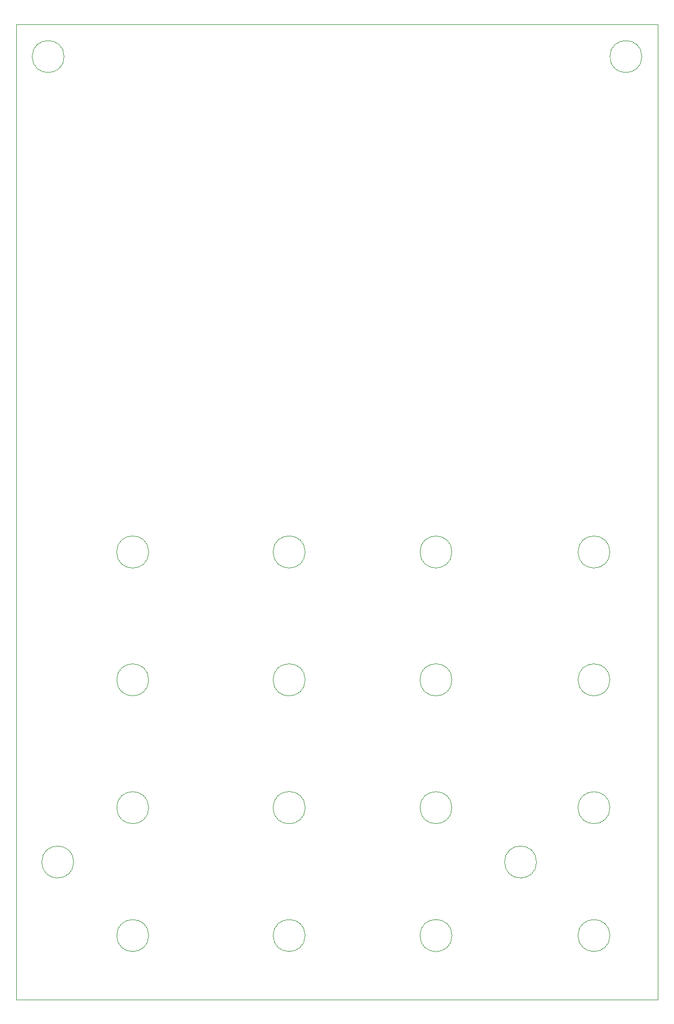
<source format=gbr>
%TF.GenerationSoftware,KiCad,Pcbnew,9.0.6*%
%TF.CreationDate,2025-12-01T15:24:06-05:00*%
%TF.ProjectId,65C816,36354338-3136-42e6-9b69-6361645f7063,rev?*%
%TF.SameCoordinates,Original*%
%TF.FileFunction,Profile,NP*%
%FSLAX46Y46*%
G04 Gerber Fmt 4.6, Leading zero omitted, Abs format (unit mm)*
G04 Created by KiCad (PCBNEW 9.0.6) date 2025-12-01 15:24:06*
%MOMM*%
%LPD*%
G01*
G04 APERTURE LIST*
%TA.AperFunction,Profile*%
%ADD10C,0.050000*%
%TD*%
G04 APERTURE END LIST*
D10*
X70762469Y-112000000D02*
G75*
G02*
X65737531Y-112000000I-2512469J0D01*
G01*
X65737531Y-112000000D02*
G75*
G02*
X70762469Y-112000000I2512469J0D01*
G01*
X70750000Y-132000000D02*
G75*
G02*
X65750000Y-132000000I-2500000J0D01*
G01*
X65750000Y-132000000D02*
G75*
G02*
X70750000Y-132000000I2500000J0D01*
G01*
X70750000Y-152000000D02*
G75*
G02*
X65750000Y-152000000I-2500000J0D01*
G01*
X65750000Y-152000000D02*
G75*
G02*
X70750000Y-152000000I2500000J0D01*
G01*
X95271342Y-151991083D02*
G75*
G02*
X90228658Y-151991083I-2521342J0D01*
G01*
X90228658Y-151991083D02*
G75*
G02*
X95271342Y-151991083I2521342J0D01*
G01*
X95262469Y-132000000D02*
G75*
G02*
X90237531Y-132000000I-2512469J0D01*
G01*
X90237531Y-132000000D02*
G75*
G02*
X95262469Y-132000000I2512469J0D01*
G01*
X118262469Y-172000000D02*
G75*
G02*
X113237531Y-172000000I-2512469J0D01*
G01*
X113237531Y-172000000D02*
G75*
G02*
X118262469Y-172000000I2512469J0D01*
G01*
X143000000Y-172000000D02*
G75*
G02*
X138000000Y-172000000I-2500000J0D01*
G01*
X138000000Y-172000000D02*
G75*
G02*
X143000000Y-172000000I2500000J0D01*
G01*
X95250000Y-172000000D02*
G75*
G02*
X90250000Y-172000000I-2500000J0D01*
G01*
X90250000Y-172000000D02*
G75*
G02*
X95250000Y-172000000I2500000J0D01*
G01*
X70750000Y-172000000D02*
G75*
G02*
X65750000Y-172000000I-2500000J0D01*
G01*
X65750000Y-172000000D02*
G75*
G02*
X70750000Y-172000000I2500000J0D01*
G01*
X95262469Y-112000000D02*
G75*
G02*
X90237531Y-112000000I-2512469J0D01*
G01*
X90237531Y-112000000D02*
G75*
G02*
X95262469Y-112000000I2512469J0D01*
G01*
X118250000Y-152000000D02*
G75*
G02*
X113250000Y-152000000I-2500000J0D01*
G01*
X113250000Y-152000000D02*
G75*
G02*
X118250000Y-152000000I2500000J0D01*
G01*
X118262469Y-132000000D02*
G75*
G02*
X113237531Y-132000000I-2512469J0D01*
G01*
X113237531Y-132000000D02*
G75*
G02*
X118262469Y-132000000I2512469J0D01*
G01*
X118250000Y-112000000D02*
G75*
G02*
X113250000Y-112000000I-2500000J0D01*
G01*
X113250000Y-112000000D02*
G75*
G02*
X118250000Y-112000000I2500000J0D01*
G01*
X143000000Y-112000000D02*
G75*
G02*
X138000000Y-112000000I-2500000J0D01*
G01*
X138000000Y-112000000D02*
G75*
G02*
X143000000Y-112000000I2500000J0D01*
G01*
X143000000Y-132000000D02*
G75*
G02*
X138000000Y-132000000I-2500000J0D01*
G01*
X138000000Y-132000000D02*
G75*
G02*
X143000000Y-132000000I2500000J0D01*
G01*
X143000000Y-152000000D02*
G75*
G02*
X138000000Y-152000000I-2500000J0D01*
G01*
X138000000Y-152000000D02*
G75*
G02*
X143000000Y-152000000I2500000J0D01*
G01*
X131500000Y-160500000D02*
G75*
G02*
X126500000Y-160500000I-2500000J0D01*
G01*
X126500000Y-160500000D02*
G75*
G02*
X131500000Y-160500000I2500000J0D01*
G01*
X59000000Y-160500000D02*
G75*
G02*
X54000000Y-160500000I-2500000J0D01*
G01*
X54000000Y-160500000D02*
G75*
G02*
X59000000Y-160500000I2500000J0D01*
G01*
X57500000Y-34500000D02*
G75*
G02*
X52500000Y-34500000I-2500000J0D01*
G01*
X52500000Y-34500000D02*
G75*
G02*
X57500000Y-34500000I2500000J0D01*
G01*
X148000000Y-34500000D02*
G75*
G02*
X143000000Y-34500000I-2500000J0D01*
G01*
X143000000Y-34500000D02*
G75*
G02*
X148000000Y-34500000I2500000J0D01*
G01*
X50000000Y-29500000D02*
X150500000Y-29500000D01*
X150500000Y-182000000D01*
X50000000Y-182000000D01*
X50000000Y-29500000D01*
M02*

</source>
